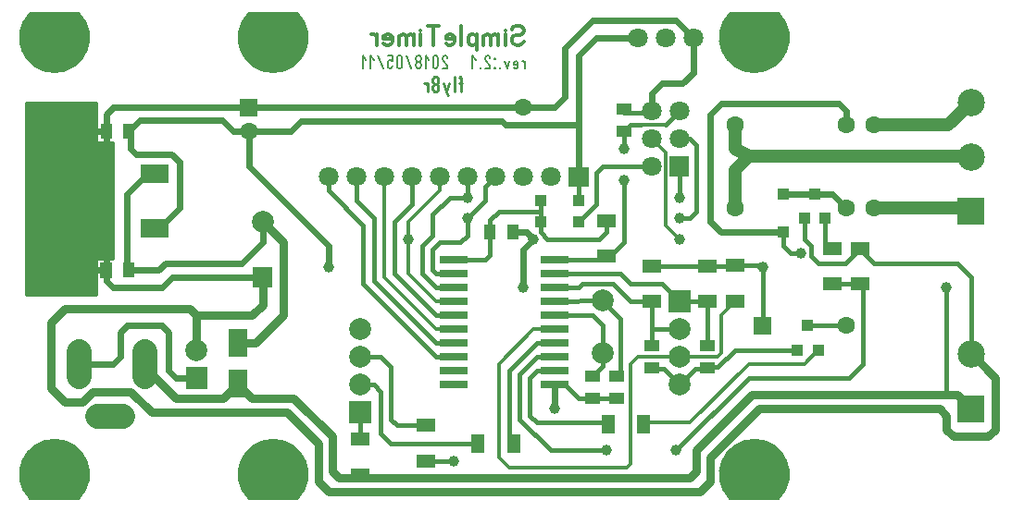
<source format=gbr>
%FSLAX34Y34*%
%MOMM*%
%LNCOPPER_BOTTOM*%
G71*
G01*
%ADD10R, 1.800X2.600*%
%ADD11C, 1.600*%
%ADD12C, 2.500*%
%ADD13C, 1.800*%
%ADD14C, 2.000*%
%ADD15R, 8.000X8.000*%
%ADD16R, 2.600X1.700*%
%ADD17C, 2.200*%
%ADD18C, 2.300*%
%ADD19R, 1.100X1.400*%
%ADD20R, 1.000X1.020*%
%ADD21R, 2.600X0.800*%
%ADD22R, 1.400X1.100*%
%ADD23R, 1.800X1.300*%
%ADD24C, 2.000*%
%ADD25R, 1.300X1.800*%
%ADD26C, 1.800*%
%ADD27R, 1.100X1.100*%
%ADD28C, 1.800*%
%ADD29C, 0.600*%
%ADD30C, 0.800*%
%ADD31C, 0.300*%
%ADD32C, 0.400*%
%ADD33C, 1.000*%
%ADD34C, 1.200*%
%ADD35R, 1.020X1.000*%
%ADD36C, 0.318*%
%ADD37C, 0.238*%
%ADD38C, 0.206*%
%ADD39C, 0.200*%
%LPD*%
X245600Y208850D02*
G54D10*
D03*
X245600Y171850D02*
G54D10*
D03*
X826625Y408875D02*
G54D11*
D03*
X826625Y332675D02*
G54D11*
D03*
X801225Y332675D02*
G54D11*
D03*
X801225Y408875D02*
G54D11*
D03*
X699625Y408875D02*
G54D11*
D03*
X699625Y332675D02*
G54D11*
D03*
G36*
X903025Y136025D02*
X903025Y161025D01*
X928025Y161025D01*
X928025Y136025D01*
X903025Y136025D01*
G37*
X915525Y198525D02*
G54D12*
D03*
G36*
X903025Y317000D02*
X903025Y342000D01*
X928025Y342000D01*
X928025Y317000D01*
X903025Y317000D01*
G37*
X915525Y379500D02*
G54D12*
D03*
X915525Y429500D02*
G54D12*
D03*
G36*
X657825Y361775D02*
X639825Y361775D01*
X639825Y379775D01*
X657825Y379775D01*
X657825Y361775D01*
G37*
X623425Y370775D02*
G54D13*
D03*
X648825Y396175D02*
G54D13*
D03*
X623425Y396175D02*
G54D13*
D03*
X648825Y421575D02*
G54D13*
D03*
X623425Y421575D02*
G54D13*
D03*
G36*
X717025Y232725D02*
X733025Y232725D01*
X733025Y216725D01*
X717025Y216725D01*
X717025Y232725D01*
G37*
X801225Y224725D02*
G54D11*
D03*
G36*
X197500Y167100D02*
X197500Y187100D01*
X217500Y187100D01*
X217500Y167100D01*
X197500Y167100D01*
G37*
X207500Y202100D02*
G54D14*
D03*
X93200Y339025D02*
G54D15*
D03*
X168675Y314025D02*
G54D16*
D03*
X168675Y364025D02*
G54D16*
D03*
X159875Y192975D02*
G54D17*
D03*
X159875Y186625D02*
G54D17*
D03*
X159875Y196150D02*
G54D17*
D03*
X159875Y183450D02*
G54D17*
D03*
X159875Y199325D02*
G54D17*
D03*
X159875Y180275D02*
G54D17*
D03*
X159875Y197737D02*
G54D17*
D03*
X159875Y194562D02*
G54D17*
D03*
X159875Y181862D02*
G54D17*
D03*
X159875Y191387D02*
G54D17*
D03*
X159875Y188212D02*
G54D17*
D03*
X159875Y185037D02*
G54D17*
D03*
X99550Y192975D02*
G54D17*
D03*
X99550Y186625D02*
G54D17*
D03*
X99550Y196150D02*
G54D17*
D03*
X99550Y183450D02*
G54D17*
D03*
X99550Y199325D02*
G54D17*
D03*
X99550Y180275D02*
G54D17*
D03*
X99550Y197737D02*
G54D17*
D03*
X99550Y194562D02*
G54D17*
D03*
X99550Y181862D02*
G54D17*
D03*
X99550Y191387D02*
G54D17*
D03*
X99550Y188212D02*
G54D17*
D03*
X99550Y185037D02*
G54D17*
D03*
X131300Y142175D02*
G54D17*
D03*
X124950Y142175D02*
G54D17*
D03*
X134475Y142175D02*
G54D17*
D03*
X121775Y142175D02*
G54D17*
D03*
X137650Y142175D02*
G54D17*
D03*
X118600Y142175D02*
G54D17*
D03*
X136062Y142175D02*
G54D17*
D03*
X132887Y142175D02*
G54D17*
D03*
X120187Y142175D02*
G54D17*
D03*
X129712Y142175D02*
G54D17*
D03*
X126537Y142175D02*
G54D17*
D03*
X123362Y142175D02*
G54D17*
D03*
G54D18*
X159875Y201300D02*
X159875Y178300D01*
G54D18*
X99550Y201300D02*
X99550Y178300D01*
G54D18*
X139625Y142175D02*
X116625Y142175D01*
G36*
X258825Y260175D02*
X258825Y278175D01*
X276825Y278175D01*
X276825Y260175D01*
X258825Y260175D01*
G37*
X267825Y319975D02*
G54D14*
D03*
G36*
X263125Y432750D02*
X263125Y416750D01*
X247125Y416750D01*
X247125Y432750D01*
X263125Y432750D01*
G37*
X255125Y402525D02*
G54D11*
D03*
G36*
X119450Y282525D02*
X130450Y282525D01*
X130450Y268525D01*
X119450Y268525D01*
X119450Y282525D01*
G37*
X145550Y275525D02*
G54D19*
D03*
X124950Y402525D02*
G54D19*
D03*
X145550Y402525D02*
G54D19*
D03*
X521825Y339025D02*
G54D20*
D03*
X556725Y339025D02*
G54D20*
D03*
X442450Y285050D02*
G54D21*
D03*
X442450Y272350D02*
G54D21*
D03*
X442450Y259650D02*
G54D21*
D03*
X442450Y246950D02*
G54D21*
D03*
X442450Y234250D02*
G54D21*
D03*
X442450Y221550D02*
G54D21*
D03*
X442450Y208850D02*
G54D21*
D03*
X442450Y196150D02*
G54D21*
D03*
X442450Y183450D02*
G54D21*
D03*
X442450Y170750D02*
G54D21*
D03*
X534450Y170750D02*
G54D21*
D03*
X534450Y183450D02*
G54D21*
D03*
X534450Y196150D02*
G54D21*
D03*
X534450Y208850D02*
G54D21*
D03*
X534450Y221550D02*
G54D21*
D03*
X534450Y234250D02*
G54D21*
D03*
X534450Y246950D02*
G54D21*
D03*
X534450Y259650D02*
G54D21*
D03*
X534450Y272350D02*
G54D21*
D03*
X534450Y285050D02*
G54D21*
D03*
X496425Y310450D02*
G54D19*
D03*
X475825Y310450D02*
G54D19*
D03*
X521825Y319975D02*
G54D20*
D03*
X556725Y319975D02*
G54D20*
D03*
X598025Y402525D02*
G54D22*
D03*
X598025Y423125D02*
G54D22*
D03*
G36*
X658825Y256950D02*
X658825Y236950D01*
X638825Y236950D01*
X638825Y256950D01*
X658825Y256950D01*
G37*
X648825Y221550D02*
G54D14*
D03*
X648825Y196150D02*
G54D14*
D03*
X648825Y170750D02*
G54D14*
D03*
G36*
X346725Y135350D02*
X346725Y155350D01*
X366725Y155350D01*
X366725Y135350D01*
X346725Y135350D01*
G37*
X356725Y170750D02*
G54D14*
D03*
X356725Y196150D02*
G54D14*
D03*
X356725Y221550D02*
G54D14*
D03*
X582150Y288225D02*
G54D23*
D03*
X582091Y320804D02*
G54D23*
D03*
X569450Y158050D02*
G54D22*
D03*
X569450Y178650D02*
G54D22*
D03*
X591675Y158050D02*
G54D22*
D03*
X591675Y178650D02*
G54D22*
D03*
X578975Y199325D02*
G54D24*
D03*
X578975Y247725D02*
G54D24*
D03*
X674225Y246950D02*
G54D23*
D03*
X674166Y279529D02*
G54D23*
D03*
X623425Y246950D02*
G54D23*
D03*
X623366Y279529D02*
G54D23*
D03*
X699625Y247144D02*
G54D23*
D03*
X699566Y279723D02*
G54D23*
D03*
X674225Y206628D02*
G54D22*
D03*
X674225Y186028D02*
G54D22*
D03*
X623425Y206628D02*
G54D22*
D03*
X623425Y186027D02*
G54D22*
D03*
X464675Y116775D02*
G54D25*
D03*
X497254Y116834D02*
G54D25*
D03*
X616096Y134456D02*
G54D25*
D03*
X583517Y134397D02*
G54D25*
D03*
X328150Y361250D02*
G54D26*
D03*
X353550Y361250D02*
G54D26*
D03*
X378950Y361250D02*
G54D26*
D03*
X404350Y361250D02*
G54D26*
D03*
X429750Y361250D02*
G54D26*
D03*
X455150Y361250D02*
G54D26*
D03*
X480550Y361250D02*
G54D26*
D03*
X505950Y361250D02*
G54D26*
D03*
X531350Y361250D02*
G54D26*
D03*
G36*
X547750Y370250D02*
X565750Y370250D01*
X565750Y352250D01*
X547750Y352250D01*
X547750Y370250D01*
G37*
X356725Y88200D02*
G54D23*
D03*
X356666Y120779D02*
G54D23*
D03*
X417050Y100900D02*
G54D23*
D03*
X416991Y133479D02*
G54D23*
D03*
X756775Y202500D02*
G54D27*
D03*
X775775Y202500D02*
G54D27*
D03*
X766275Y224700D02*
G54D27*
D03*
X763125Y323150D02*
G54D27*
D03*
X782125Y323150D02*
G54D27*
D03*
X772625Y345350D02*
G54D27*
D03*
X661525Y488250D02*
G54D28*
D03*
X636125Y488250D02*
G54D28*
D03*
X610725Y488250D02*
G54D28*
D03*
X788525Y262825D02*
G54D23*
D03*
X788466Y295404D02*
G54D23*
D03*
X813925Y262825D02*
G54D23*
D03*
X813866Y295404D02*
G54D23*
D03*
G54D29*
X99550Y189800D02*
X131300Y189800D01*
X137650Y196150D01*
X137650Y218375D01*
X144000Y224725D01*
X175750Y224725D01*
X182100Y218375D01*
X182100Y183450D01*
X188450Y177100D01*
X207500Y177100D01*
G54D29*
X168675Y364025D02*
X162650Y364025D01*
X144000Y345375D01*
X144000Y294575D01*
X144000Y275525D01*
G54D29*
X124950Y275525D02*
X124812Y310588D01*
X121775Y313625D01*
G54D30*
X207500Y202100D02*
X207500Y234250D01*
X258300Y234250D01*
X267825Y243775D01*
X267825Y269175D01*
G54D30*
X245600Y208850D02*
X261475Y208850D01*
X286875Y234250D01*
X286875Y300925D01*
X267825Y319975D01*
G54D29*
X267825Y269175D02*
X185275Y269175D01*
X175750Y259650D01*
X131300Y259650D01*
X124950Y266000D01*
X124950Y275525D01*
G54D29*
X267825Y319975D02*
X267825Y300925D01*
X248775Y281875D01*
X178925Y281875D01*
X172575Y275525D01*
X145550Y275525D01*
G54D29*
X168675Y314025D02*
X172975Y314025D01*
X191625Y332675D01*
X191625Y374744D01*
X184481Y381888D01*
X151938Y381888D01*
X147175Y386650D01*
X147175Y400900D01*
X145550Y402525D01*
G54D29*
X124950Y402525D02*
X124950Y367600D01*
G54D31*
X429750Y361250D02*
X429750Y348550D01*
X401175Y319975D01*
X401175Y272350D01*
X426575Y246950D01*
X442386Y246950D01*
X442515Y246821D01*
G54D32*
X404350Y361250D02*
X404350Y335850D01*
X388475Y319975D01*
X388475Y272350D01*
X426575Y234250D01*
X442386Y234250D01*
X442515Y234121D01*
G54D32*
X353550Y361250D02*
X353550Y339025D01*
X369425Y323150D01*
X369425Y266000D01*
X426575Y208850D01*
X442386Y208850D01*
X442515Y208721D01*
G54D32*
X328150Y361250D02*
X328150Y348550D01*
X359900Y316800D01*
X359900Y262825D01*
X426575Y196150D01*
X442386Y196150D01*
X442515Y196021D01*
G54D32*
X475825Y310450D02*
X475825Y289850D01*
X471025Y285050D01*
X445819Y285050D01*
X445690Y284921D01*
G54D32*
X648825Y370775D02*
X648825Y342200D01*
G54D29*
X124950Y402525D02*
X124950Y418400D01*
X131300Y424750D01*
X258300Y424750D01*
G54D29*
X145550Y402525D02*
X145550Y403244D01*
X155150Y412844D01*
X230519Y412844D01*
X240838Y402525D01*
X258300Y402525D01*
G54D32*
X455150Y323150D02*
X471025Y339025D01*
X471025Y351725D01*
X480550Y361250D01*
G54D32*
X442450Y272350D02*
X426575Y272350D01*
X423400Y275525D01*
X423400Y294575D01*
X429750Y300925D01*
X448800Y300925D01*
X455150Y307275D01*
X455150Y323150D01*
G54D32*
X648825Y396175D02*
X658350Y396175D01*
X664700Y389825D01*
X664700Y329500D01*
X658350Y323150D01*
X648825Y323150D01*
G54D32*
X442450Y259650D02*
X426575Y259650D01*
X413875Y272350D01*
X413875Y297750D01*
X423400Y307275D01*
X401175Y304100D02*
G54D33*
D03*
G54D31*
X623425Y396175D02*
X636125Y383475D01*
X636125Y316800D01*
X648825Y304100D01*
G54D31*
X442450Y221550D02*
X426575Y221550D01*
X378950Y269175D01*
X378950Y361250D01*
G54D32*
X521825Y339025D02*
X521825Y319975D01*
G54D32*
X556725Y339025D02*
X556725Y361225D01*
X556750Y361250D01*
G54D29*
X258300Y424750D02*
X503546Y424750D01*
X505891Y422404D01*
G54D29*
X258300Y402525D02*
X293225Y402525D01*
X302750Y412050D01*
X486900Y412050D01*
X490075Y408875D01*
X556750Y408875D01*
X556750Y361250D01*
G54D29*
X556750Y405700D02*
X556750Y472375D01*
X572625Y488250D01*
X610725Y488250D01*
G54D29*
X623425Y421575D02*
X623425Y437450D01*
X632950Y446975D01*
X652000Y446975D01*
X661525Y456500D01*
X661525Y488250D01*
G54D29*
X505950Y424750D02*
X534525Y424750D01*
X544050Y434275D01*
X544050Y478725D01*
X569450Y504125D01*
X645650Y504125D01*
X661525Y488250D01*
G54D30*
X159875Y189800D02*
X159875Y186625D01*
X188450Y158050D01*
X231800Y158050D01*
X245600Y171850D01*
G54D30*
X207500Y234250D02*
X201150Y240600D01*
X86850Y240600D01*
X74150Y227900D01*
X74150Y167575D01*
X86850Y154875D01*
X102725Y154875D01*
X112250Y164400D01*
X147175Y164400D01*
X166225Y145350D01*
X290050Y145350D01*
X318625Y116775D01*
X318625Y81850D01*
X328150Y72325D01*
X667875Y72325D01*
X677400Y81850D01*
X677400Y104075D01*
X721850Y148525D01*
X886950Y148525D01*
X893300Y142175D01*
X893300Y129475D01*
X899650Y123125D01*
X931400Y123125D01*
X937750Y129475D01*
X937750Y177100D01*
X916325Y198525D01*
X915525Y198525D01*
G54D30*
X245600Y171850D02*
X245600Y170750D01*
X258300Y158050D01*
X296400Y158050D01*
X331325Y123125D01*
X331325Y91375D01*
X337675Y85025D01*
X658350Y85025D01*
X664700Y91375D01*
X664700Y110425D01*
X715500Y161225D01*
X852025Y161225D01*
G54D30*
X852025Y161225D02*
X902825Y161225D01*
X915525Y148525D01*
G54D32*
X648825Y421575D02*
X636125Y408875D01*
G54D31*
X636125Y408875D02*
X613900Y408875D01*
G54D32*
X623366Y279529D02*
X699372Y279529D01*
X699566Y279723D01*
G54D32*
X623425Y205675D02*
X623425Y246950D01*
G54D32*
X648825Y221550D02*
X623425Y221550D01*
G54D32*
X674225Y185075D02*
X663150Y185075D01*
X648825Y170750D01*
G54D32*
X623425Y185075D02*
X634500Y185075D01*
X648825Y170750D01*
G54D32*
X648825Y246950D02*
X674225Y246950D01*
X674225Y205675D01*
G54D31*
X648825Y196150D02*
X683750Y196150D01*
X686925Y199325D01*
X686925Y234444D01*
X699625Y247144D01*
G54D32*
X699566Y279723D02*
X720827Y279723D01*
X721850Y278700D01*
G54D32*
X725025Y224725D02*
X725025Y278700D01*
G54D32*
X756775Y202500D02*
X699625Y202500D01*
X683750Y186625D01*
X674822Y186625D01*
X674225Y186028D01*
G54D29*
X534525Y148525D02*
X534525Y170675D01*
X534450Y170750D01*
G54D32*
X534450Y246950D02*
X578975Y247725D01*
G54D32*
X534450Y234250D02*
X569450Y234250D01*
X578975Y224725D01*
X578975Y199325D01*
G54D32*
X534450Y259650D02*
X556750Y259650D01*
X559925Y262825D01*
X588500Y262825D01*
X604375Y246950D01*
X623425Y246950D01*
G54D32*
X578975Y247725D02*
X578975Y246950D01*
X594850Y231075D01*
X594850Y181825D01*
X591675Y178650D01*
G54D32*
X578975Y199325D02*
X578975Y188175D01*
X569450Y178650D01*
G54D32*
X591675Y158050D02*
X569450Y158050D01*
X556750Y158050D01*
X544050Y170750D01*
G54D32*
X766275Y224700D02*
X801200Y224700D01*
X801225Y224725D01*
G54D32*
X534450Y196150D02*
X518650Y196150D01*
X502775Y180275D01*
X502775Y139000D01*
X531350Y110425D01*
X582150Y110425D01*
G54D34*
X699625Y332675D02*
X699625Y367600D01*
X712325Y380300D01*
G54D34*
X699625Y408875D02*
X699625Y386650D01*
X712325Y380300D01*
X915525Y380300D01*
G54D34*
X826625Y408875D02*
X894900Y408875D01*
X915525Y429500D01*
G54D34*
X826625Y332675D02*
X912350Y332675D01*
X915525Y329500D01*
X744075Y310450D02*
G54D35*
D03*
X744075Y345350D02*
G54D35*
D03*
G54D31*
X648825Y196150D02*
X610725Y196150D01*
X604375Y189800D01*
X604375Y97725D01*
X601200Y94550D01*
X493250Y94550D01*
X483725Y104075D01*
X483725Y189800D01*
X515475Y221550D01*
X534450Y221550D01*
G54D32*
X534450Y208850D02*
X518650Y208850D01*
X493250Y183450D01*
X493250Y123125D01*
X497254Y116834D01*
G54D32*
X598025Y419950D02*
X621800Y419950D01*
X623425Y421575D01*
G54D32*
X356725Y145350D02*
X356725Y120838D01*
X356666Y120779D01*
G54D32*
X464675Y116775D02*
X385300Y116775D01*
X375775Y126300D01*
X375775Y164400D01*
X369425Y170750D01*
X356725Y170750D01*
G54D29*
X255125Y402525D02*
X255125Y370775D01*
X328150Y297750D01*
X328150Y278700D01*
G54D32*
X417050Y100900D02*
X442450Y100900D01*
G54D32*
X416991Y133479D02*
X390821Y133479D01*
X385300Y139000D01*
X385300Y186625D01*
X375775Y196150D01*
X356725Y196150D01*
G54D32*
X534450Y183450D02*
X518650Y183450D01*
X512300Y177100D01*
X512300Y142175D01*
X518650Y135825D01*
X578595Y135825D01*
X583517Y134397D01*
G54D31*
X617075Y135825D02*
X658350Y135825D01*
X712325Y189800D01*
X763125Y189800D01*
X776754Y203870D01*
G54D29*
X744075Y345350D02*
X744100Y345350D01*
X788525Y345375D01*
X801225Y332675D01*
G54D32*
X787696Y295404D02*
X782175Y300925D01*
X782175Y310400D01*
X782125Y323150D01*
G54D29*
X801225Y408875D02*
X801225Y421575D01*
X794875Y427925D01*
X686925Y427925D01*
X677400Y418400D01*
X677400Y319975D01*
X686925Y310450D01*
X744075Y310450D01*
G54D32*
X785350Y262825D02*
X810750Y262825D01*
G54D32*
X763125Y323150D02*
X763125Y304100D01*
X769475Y297750D01*
X769475Y288225D01*
X775825Y281875D01*
X800337Y281875D01*
X813866Y295404D01*
X813866Y294634D01*
X826625Y281875D01*
X902825Y281875D01*
X915525Y269175D01*
X915525Y198525D01*
G36*
X51925Y427925D02*
X115425Y427925D01*
X115419Y392069D01*
X130500Y392069D01*
X130506Y285844D01*
X115288Y285850D01*
X115288Y256612D01*
X115425Y253300D01*
X51925Y253300D01*
X51925Y427925D01*
G37*
G54D31*
X51925Y427925D02*
X115425Y427925D01*
X115419Y392069D01*
X130500Y392069D01*
X130506Y285844D01*
X115288Y285850D01*
X115288Y256612D01*
X115425Y253300D01*
X51925Y253300D01*
X51925Y427925D01*
G54D29*
X109075Y275525D02*
X124950Y275525D01*
G54D29*
X112250Y402525D02*
X124950Y402525D01*
G54D32*
X455150Y361250D02*
X455150Y342200D01*
G54D32*
X423400Y307275D02*
X423400Y326325D01*
X439275Y342200D01*
X455150Y342200D01*
G54D36*
X506432Y485275D02*
X505099Y483053D01*
X502432Y481942D01*
X499765Y481942D01*
X497099Y483053D01*
X495765Y485275D01*
X495765Y487497D01*
X497099Y489719D01*
X499765Y490830D01*
X502432Y490830D01*
X505099Y491942D01*
X506432Y494164D01*
X506432Y496386D01*
X505099Y498608D01*
X502432Y499719D01*
X499765Y499719D01*
X497099Y498608D01*
X495765Y496386D01*
G54D36*
X489543Y481942D02*
X489543Y491942D01*
G54D36*
X489543Y495275D02*
X489543Y495275D01*
G54D36*
X483321Y481942D02*
X483321Y491942D01*
G54D36*
X483321Y490164D02*
X480654Y491942D01*
X477988Y491275D01*
X476654Y489719D01*
X476654Y481942D01*
G54D36*
X476654Y490164D02*
X473988Y491942D01*
X471321Y491275D01*
X469988Y489719D01*
X469988Y481942D01*
G54D36*
X463766Y491942D02*
X463766Y477497D01*
G54D36*
X463766Y485275D02*
X462433Y482386D01*
X459766Y481942D01*
X457099Y482386D01*
X455766Y484608D01*
X455766Y489053D01*
X457099Y491275D01*
X459766Y491942D01*
X462433Y491275D01*
X463766Y488608D01*
G54D36*
X449544Y481942D02*
X449544Y499719D01*
G54D36*
X435322Y483053D02*
X437455Y481942D01*
X440122Y481942D01*
X442789Y483053D01*
X443322Y485275D01*
X443322Y489053D01*
X441989Y491275D01*
X439322Y491942D01*
X436655Y491275D01*
X435322Y489719D01*
X435322Y487497D01*
X443322Y487497D01*
G54D36*
X423767Y481942D02*
X423767Y499719D01*
G54D36*
X429100Y499719D02*
X418433Y499719D01*
G54D36*
X412211Y481942D02*
X412211Y491942D01*
G54D36*
X412211Y495275D02*
X412211Y495275D01*
G54D36*
X405989Y481942D02*
X405989Y491942D01*
G54D36*
X405989Y490164D02*
X403322Y491942D01*
X400656Y491275D01*
X399322Y489719D01*
X399322Y481942D01*
G54D36*
X399322Y490164D02*
X396656Y491942D01*
X393989Y491275D01*
X392656Y489719D01*
X392656Y481942D01*
G54D36*
X378434Y483053D02*
X380567Y481942D01*
X383234Y481942D01*
X385901Y483053D01*
X386434Y485275D01*
X386434Y489053D01*
X385101Y491275D01*
X382434Y491942D01*
X379767Y491275D01*
X378434Y489719D01*
X378434Y487497D01*
X386434Y487497D01*
G54D36*
X372212Y481942D02*
X372212Y491942D01*
G54D36*
X372212Y489719D02*
X369545Y491942D01*
X366879Y491942D01*
G54D37*
X449056Y439117D02*
X449056Y451617D01*
X448389Y452450D01*
X447722Y451950D01*
G54D37*
X450389Y446617D02*
X447722Y446617D01*
G54D37*
X443055Y439117D02*
X443055Y452450D01*
G54D37*
X438388Y446617D02*
X435721Y439117D01*
X433055Y446617D01*
G54D37*
X435721Y439117D02*
X436388Y436617D01*
X437055Y435784D01*
X437721Y435784D01*
G54D37*
X425055Y445784D02*
X426388Y445784D01*
X427721Y446617D01*
X428388Y448284D01*
X428388Y449950D01*
X427721Y451617D01*
X426388Y452450D01*
X425055Y452450D01*
X423721Y451617D01*
X423055Y449950D01*
X423055Y448284D01*
X423721Y446617D01*
X425055Y445784D01*
X423721Y444950D01*
X423055Y443284D01*
X423055Y441617D01*
X423721Y439950D01*
X425055Y439117D01*
X426388Y439117D01*
X427721Y439950D01*
X428388Y441617D01*
X428388Y443284D01*
X427721Y444950D01*
X426388Y445784D01*
G54D37*
X418388Y439117D02*
X418388Y446617D01*
G54D37*
X418388Y444950D02*
X417055Y446617D01*
X415721Y446617D01*
G54D38*
X432269Y460604D02*
X436891Y460604D01*
X436891Y461326D01*
X436313Y462771D01*
X432847Y467104D01*
X432269Y468549D01*
X432269Y469993D01*
X432847Y471438D01*
X434002Y472160D01*
X435158Y472160D01*
X436313Y471438D01*
X436891Y469993D01*
G54D38*
X423603Y469993D02*
X423603Y462771D01*
X424181Y461326D01*
X425336Y460604D01*
X426492Y460604D01*
X427647Y461326D01*
X428225Y462771D01*
X428225Y469993D01*
X427647Y471438D01*
X426492Y472160D01*
X425336Y472160D01*
X424181Y471438D01*
X423603Y469993D01*
G54D38*
X419559Y467826D02*
X416670Y472160D01*
X416670Y460604D01*
G54D38*
X409737Y466382D02*
X410893Y466382D01*
X412048Y467104D01*
X412626Y468549D01*
X412626Y469993D01*
X412048Y471438D01*
X410893Y472160D01*
X409737Y472160D01*
X408582Y471438D01*
X408004Y469993D01*
X408004Y468549D01*
X408582Y467104D01*
X409737Y466382D01*
X408582Y465660D01*
X408004Y464215D01*
X408004Y462771D01*
X408582Y461326D01*
X409737Y460604D01*
X410893Y460604D01*
X412048Y461326D01*
X412626Y462771D01*
X412626Y464215D01*
X412048Y465660D01*
X410893Y466382D01*
G54D38*
X403960Y460604D02*
X399338Y472160D01*
G54D38*
X390672Y469993D02*
X390672Y462771D01*
X391250Y461326D01*
X392405Y460604D01*
X393561Y460604D01*
X394716Y461326D01*
X395294Y462771D01*
X395294Y469993D01*
X394716Y471438D01*
X393561Y472160D01*
X392405Y472160D01*
X391250Y471438D01*
X390672Y469993D01*
G54D38*
X382006Y472160D02*
X386628Y472160D01*
X386628Y467104D01*
X386050Y467104D01*
X384895Y467826D01*
X383739Y467826D01*
X382584Y467104D01*
X382006Y465660D01*
X382006Y462771D01*
X382584Y461326D01*
X383739Y460604D01*
X384895Y460604D01*
X386050Y461326D01*
X386628Y462771D01*
G54D38*
X377962Y460604D02*
X373340Y472160D01*
G54D38*
X369296Y467826D02*
X366407Y472160D01*
X366407Y460604D01*
G54D38*
X362363Y467826D02*
X359474Y472160D01*
X359474Y460604D01*
G54D38*
X507426Y460628D02*
X507426Y467128D01*
G54D38*
X507426Y465683D02*
X506271Y467128D01*
X505115Y467128D01*
G54D38*
X497604Y461350D02*
X498529Y460628D01*
X499684Y460628D01*
X500840Y461350D01*
X501071Y462794D01*
X501071Y465250D01*
X500493Y466694D01*
X499338Y467128D01*
X498182Y466694D01*
X497604Y465683D01*
X497604Y464239D01*
X501071Y464239D01*
G54D38*
X493560Y467128D02*
X491249Y460628D01*
X488938Y467128D01*
G54D38*
X484432Y460628D02*
X484894Y460628D01*
X484894Y461205D01*
X484432Y461205D01*
X484432Y460628D01*
X484894Y460628D01*
G54D38*
X480388Y460628D02*
X479926Y460628D01*
X479926Y461205D01*
X480388Y461205D01*
X480388Y460628D01*
G54D38*
X479926Y469294D02*
X480388Y469294D01*
X480388Y469872D01*
X479926Y469872D01*
X479926Y469294D01*
G54D38*
X471260Y460628D02*
X475882Y460628D01*
X475882Y461350D01*
X475304Y462794D01*
X471838Y467128D01*
X471260Y468572D01*
X471260Y470016D01*
X471838Y471461D01*
X472993Y472183D01*
X474149Y472183D01*
X475304Y471461D01*
X475882Y470016D01*
G54D38*
X466754Y460628D02*
X467216Y460628D01*
X467216Y461205D01*
X466754Y461205D01*
X466754Y460628D01*
X467216Y460628D01*
G54D38*
X462710Y467850D02*
X459821Y472183D01*
X459821Y460628D01*
G54D39*
G75*
G01X55002Y511048D02*
G03X99798Y511048I22398J-22398D01*
G01*
G36*
G75*
G01X55002Y511048D02*
G03X99798Y511048I22398J-22398D01*
G01*
G37*
X55002Y511048D01*
G54D39*
G75*
G01X255002Y511048D02*
G03X299798Y511048I22398J-22398D01*
G01*
G36*
G75*
G01X255002Y511048D02*
G03X299798Y511048I22398J-22398D01*
G01*
G37*
X255002Y511048D01*
G54D39*
G75*
G01X695002Y511048D02*
G03X739798Y511048I22398J-22398D01*
G01*
G36*
G75*
G01X695002Y511048D02*
G03X739798Y511048I22398J-22398D01*
G01*
G37*
X695002Y511048D01*
G54D39*
G75*
G01X99798Y66252D02*
G03X55002Y66252I-22398J22398D01*
G01*
G36*
G75*
G01X99798Y66252D02*
G03X55002Y66252I-22398J22398D01*
G01*
G37*
X99798Y66252D01*
G54D39*
G75*
G01X299798Y66252D02*
G03X255002Y66252I-22398J22398D01*
G01*
G36*
G75*
G01X299798Y66252D02*
G03X255002Y66252I-22398J22398D01*
G01*
G37*
X299798Y66252D01*
G54D39*
G75*
G01X739798Y66252D02*
G03X695002Y66252I-22398J22398D01*
G01*
G36*
G75*
G01X739798Y66252D02*
G03X695002Y66252I-22398J22398D01*
G01*
G37*
X739798Y66252D01*
G54D32*
X645650Y110425D02*
X712325Y177100D01*
X804400Y177100D01*
X817100Y189800D01*
X817100Y259650D01*
X813925Y262825D01*
G54D32*
X534450Y272350D02*
X594850Y272350D01*
X604375Y262825D01*
X632950Y262825D01*
X648825Y246950D01*
X515475Y304100D02*
G54D33*
D03*
G54D32*
X613900Y408875D02*
X604375Y408875D01*
X598025Y402525D01*
G54D32*
X534450Y285050D02*
X578975Y285050D01*
X582150Y288225D01*
X598025Y358075D02*
G54D33*
D03*
X598025Y386650D02*
G54D33*
D03*
G54D32*
X598025Y386650D02*
X598025Y402525D01*
G54D32*
X598025Y358075D02*
X598025Y300925D01*
X588500Y291400D01*
G54D32*
X623425Y370775D02*
X578975Y370775D01*
X572625Y364425D01*
X572625Y335850D01*
X556750Y319975D01*
X556725Y319975D01*
G54D32*
X521825Y319975D02*
X521825Y310450D01*
X528175Y304100D01*
X575800Y304100D01*
X582150Y310450D01*
X582150Y320746D01*
X582091Y320804D01*
G54D32*
X475825Y310450D02*
X475825Y321600D01*
X483725Y329500D01*
X521825Y329500D01*
G54D29*
X496425Y310450D02*
X509125Y310450D01*
X515475Y304100D01*
X455150Y323150D02*
G54D33*
D03*
X455150Y342200D02*
G54D33*
D03*
X648825Y342200D02*
G54D33*
D03*
X648825Y323150D02*
G54D33*
D03*
X648825Y304100D02*
G54D33*
D03*
X328150Y278700D02*
G54D33*
D03*
X725025Y278700D02*
G54D33*
D03*
X505950Y259650D02*
G54D33*
D03*
G54D29*
X515475Y304100D02*
X505950Y294575D01*
X505950Y259650D01*
X534525Y148525D02*
G54D33*
D03*
X645650Y110425D02*
G54D33*
D03*
X442450Y100900D02*
G54D33*
D03*
X505950Y424750D02*
G54D11*
D03*
X582150Y110425D02*
G54D33*
D03*
X759950Y291400D02*
G54D33*
D03*
X893300Y259650D02*
G54D33*
D03*
G54D32*
X893300Y161225D02*
X893300Y259650D01*
G54D32*
X744075Y310450D02*
X744075Y297750D01*
X750425Y291400D01*
X759950Y291400D01*
M02*

</source>
